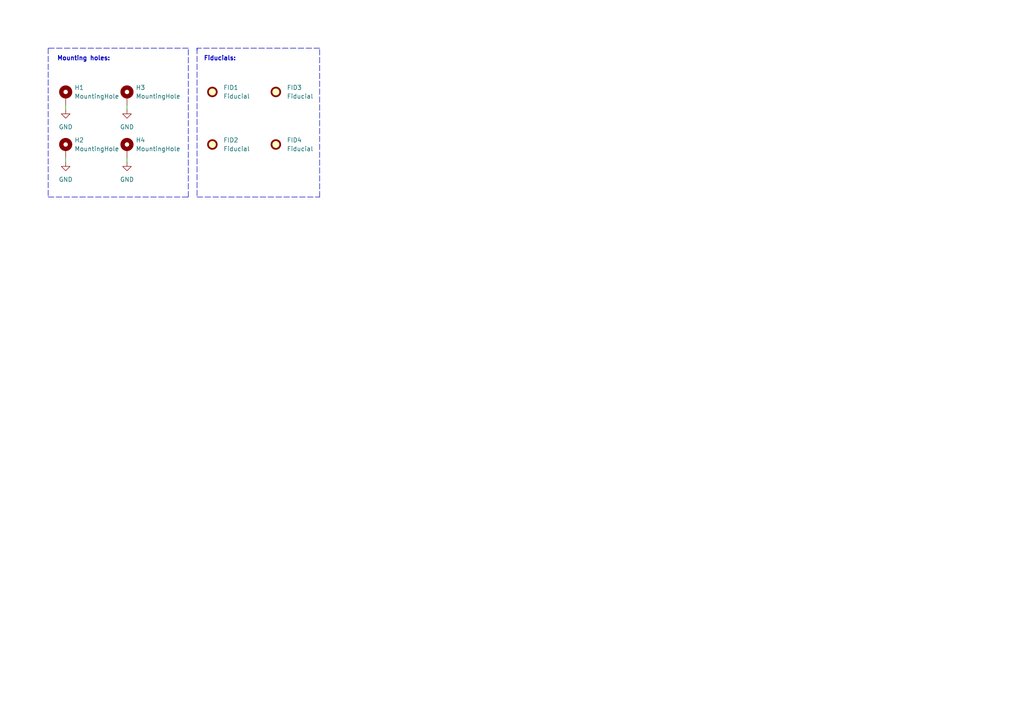
<source format=kicad_sch>
(kicad_sch (version 20231120) (generator "eeschema") (generator_version "8.0")
  (paper "A4")
  (title_block (title "LMM Retrofit") (date "2022-05-08") (rev "1") (company "Hans Wilhelm Zeuschner") (comment 1 "Zweitprüfer: Ewald Zimmermann B. Eng.") (comment 2 "Betreuer: Prof. Dr. Carsten Koch") (comment 3 "Hochschule Emden Leer") (comment 4 "Bacheloarbeit SoSe 2022"))
  (lib_symbols
    (symbol "Mechanical:Fiducial"
      (property "Reference" "FID" (at 0 5.08 0))
      (property "Value" "Fiducial" (at 0 3.175 0))
      (symbol "Fiducial_0_1"
        (circle (center 0 0) (radius 1.27) (stroke (width 0.508)) (fill (type background)))
      )
    )
    (symbol "Mechanical:MountingHole_Pad" (pin_numbers hide) (pin_names (offset 1.016) hide)
      (property "Reference" "H" (at 0 6.35 0))
      (property "Value" "MountingHole_Pad" (at 0 4.445 0))
      (symbol "MountingHole_Pad_0_1"
        (circle (center 0 1.27) (radius 1.27) (stroke (width 1.27)))
      )
      (symbol "MountingHole_Pad_1_1"
        (pin input line (at 0 -2.54 90) (length 2.54) (name "1") (number "1"))
      )
    )
    (symbol "power:GND" (power) (pin_names (offset 0))
      (property "Value" "GND" (at 0 -3.81 0))
      (symbol "GND_0_1"
        (polyline (pts (xy 0 0) (xy 0 -1.27) (xy 1.27 -1.27) (xy 0 -2.54) (xy -1.27 -1.27) (xy 0 -1.27)))
      )
      (symbol "GND_1_1"
        (pin power_in line (at 0 0 270) (length 0) hide (name "GND") (number "1"))
      )
    )
  )
  (wire (pts (xy 36.83 45.72) (xy 36.83 46.99)))
  (polyline (pts (xy 92.71 57.15) (xy 92.71 13.97)) (stroke (width 0) (type dash)))
  (wire (pts (xy 19.05 30.48) (xy 19.05 31.75)))
  (polyline (pts (xy 54.61 57.15) (xy 54.61 13.97)) (stroke (width 0) (type dash)))
  (polyline (pts (xy 57.15 13.97) (xy 57.15 57.15)) (stroke (width 0) (type dash)))
  (polyline (pts (xy 57.15 57.15) (xy 92.71 57.15)) (stroke (width 0) (type dash)))
  (polyline (pts (xy 13.97 57.15) (xy 54.61 57.15)) (stroke (width 0) (type dash)))
  (polyline (pts (xy 54.61 13.97) (xy 13.97 13.97)) (stroke (width 0) (type dash)))
  (wire (pts (xy 19.05 45.72) (xy 19.05 46.99)))
  (polyline (pts (xy 57.15 13.97) (xy 57.15 14.605)) (stroke (width 0) (type dash)))
  (polyline (pts (xy 13.97 13.97) (xy 13.97 57.15)) (stroke (width 0) (type dash)))
  (wire (pts (xy 36.83 30.48) (xy 36.83 31.75)))
  (polyline (pts (xy 92.71 13.97) (xy 57.15 13.97)) (stroke (width 0) (type dash)))
  (text "Fiducials:" (at 59.055 17.78 0) (effects (font (size 1.27 1.27) (thickness 0.254) (bold yes)) (justify left bottom)))
  (text "Mounting holes:" (at 16.51 17.78 0) (effects (font (size 1.27 1.27) (thickness 0.254) (bold yes)) (justify left bottom)))
  (symbol (lib_id "power:GND") (at 19.05 46.99 0) (unit 1)
    (property "Reference" "#PWR0151" (effects (hide yes)))
    (property "Value" "GND" (at 19.05 52.07 0))
  )
  (symbol (lib_id "Mechanical:MountingHole_Pad") (at 36.83 27.94 0) (unit 1)
    (property "Reference" "H3" (at 39.37 25.3999 0) (effects (justify left)))
    (property "Value" "MountingHole" (at 39.37 27.9399 0) (effects (justify left)))
    (property "Footprint" "MountingHole:MountingHole_3.2mm_M3_Pad_Via" (effects (hide yes)))
    (property "DNF" "Do not fit" (effects (hide yes)))
  )
  (symbol (lib_id "Mechanical:MountingHole_Pad") (at 19.05 43.18 0) (unit 1)
    (property "Reference" "H2" (at 21.59 40.6399 0) (effects (justify left)))
    (property "Value" "MountingHole" (at 21.59 43.1799 0) (effects (justify left)))
    (property "Footprint" "MountingHole:MountingHole_3.2mm_M3_Pad_Via" (effects (hide yes)))
    (property "DNF" "Do not fit" (effects (hide yes)))
  )
  (symbol (lib_id "Mechanical:Fiducial") (at 61.595 41.91 0) (unit 1)
    (property "Reference" "FID2" (at 64.77 40.6399 0) (effects (justify left)))
    (property "Value" "Fiducial" (at 64.77 43.1799 0) (effects (justify left)))
    (property "Footprint" "Fiducial:Fiducial_0.5mm_Mask1mm" (effects (hide yes)))
  )
  (symbol (lib_id "Mechanical:MountingHole_Pad") (at 36.83 43.18 0) (unit 1)
    (property "Reference" "H4" (at 39.37 40.6399 0) (effects (justify left)))
    (property "Value" "MountingHole" (at 39.37 43.1799 0) (effects (justify left)))
    (property "Footprint" "MountingHole:MountingHole_3.2mm_M3_Pad_Via" (effects (hide yes)))
    (property "DNF" "Do not fit" (effects (hide yes)))
  )
  (symbol (lib_id "Mechanical:Fiducial") (at 61.595 26.67 0) (unit 1)
    (property "Reference" "FID1" (at 64.77 25.3999 0) (effects (justify left)))
    (property "Value" "Fiducial" (at 64.77 27.9399 0) (effects (justify left)))
    (property "Footprint" "Fiducial:Fiducial_0.5mm_Mask1mm" (effects (hide yes)))
  )
  (symbol (lib_id "power:GND") (at 36.83 46.99 0) (unit 1)
    (property "Reference" "#PWR0153" (effects (hide yes)))
    (property "Value" "GND" (at 36.83 52.07 0))
  )
  (symbol (lib_id "power:GND") (at 36.83 31.75 0) (unit 1)
    (property "Reference" "#PWR0152" (effects (hide yes)))
    (property "Value" "GND" (at 36.83 36.83 0))
  )
  (symbol (lib_id "Mechanical:MountingHole_Pad") (at 19.05 27.94 0) (unit 1)
    (property "Reference" "H1" (at 21.59 25.3999 0) (effects (justify left)))
    (property "Value" "MountingHole" (at 21.59 27.9399 0) (effects (justify left)))
    (property "Footprint" "MountingHole:MountingHole_3.2mm_M3_Pad_Via" (effects (hide yes)))
    (property "DNF" "Do not fit" (effects (hide yes)))
  )
  (symbol (lib_id "Mechanical:Fiducial") (at 80.01 41.91 0) (unit 1)
    (property "Reference" "FID4" (at 83.185 40.6399 0) (effects (justify left)))
    (property "Value" "Fiducial" (at 83.185 43.1799 0) (effects (justify left)))
    (property "Footprint" "Fiducial:Fiducial_0.5mm_Mask1mm" (effects (hide yes)))
  )
  (symbol (lib_id "Mechanical:Fiducial") (at 80.01 26.67 0) (unit 1)
    (property "Reference" "FID3" (at 83.185 25.3999 0) (effects (justify left)))
    (property "Value" "Fiducial" (at 83.185 27.9399 0) (effects (justify left)))
    (property "Footprint" "Fiducial:Fiducial_0.5mm_Mask1mm" (effects (hide yes)))
  )
  (symbol (lib_id "power:GND") (at 19.05 31.75 0) (unit 1)
    (property "Reference" "#PWR0150" (effects (hide yes)))
    (property "Value" "GND" (at 19.05 36.83 0))
  )
)
</source>
